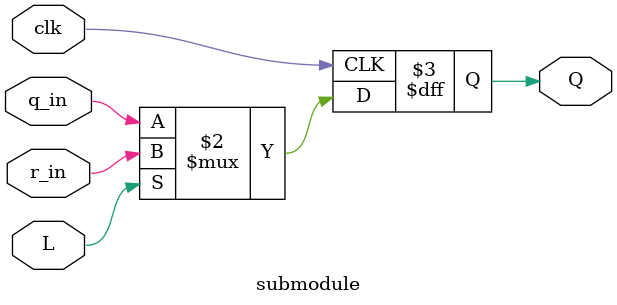
<source format=v>
module top_module (
	input [2:0] SW,      // R
	input [1:0] KEY,     // L and clk
	output [2:0] LEDR);  // Q
    
    wire qi1, qi2, qi3;
    
    submodule s1(KEY[0], KEY[1], SW[0], LEDR[2], LEDR[0]);
    submodule s2(KEY[0], KEY[1], SW[1], LEDR[0], LEDR[1]);
    submodule s3(KEY[0], KEY[1], SW[2], LEDR[1] ^ LEDR[2], LEDR[2]);
        
endmodule
        
module submodule (
	input clk,
	input L,
	input r_in,
	input q_in,
	output reg Q);
    
    always @(posedge clk) begin
        Q = L ? r_in : q_in;
    end

endmodule
</source>
